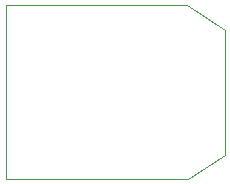
<source format=gm1>
%TF.GenerationSoftware,KiCad,Pcbnew,(5.1.9)-1*%
%TF.CreationDate,2021-01-24T18:40:59+08:00*%
%TF.ProjectId,NRF52840,4e524635-3238-4343-902e-6b696361645f,rev?*%
%TF.SameCoordinates,Original*%
%TF.FileFunction,Profile,NP*%
%FSLAX46Y46*%
G04 Gerber Fmt 4.6, Leading zero omitted, Abs format (unit mm)*
G04 Created by KiCad (PCBNEW (5.1.9)-1) date 2021-01-24 18:40:59*
%MOMM*%
%LPD*%
G01*
G04 APERTURE LIST*
%TA.AperFunction,Profile*%
%ADD10C,0.050000*%
%TD*%
G04 APERTURE END LIST*
D10*
X90030300Y-146875500D02*
X105435400Y-146875500D01*
X90030300Y-132080000D02*
X105384600Y-132077460D01*
X108572000Y-134209800D02*
X108559300Y-144776200D01*
X105435400Y-146875500D02*
X108559300Y-144776200D01*
X105384600Y-132077460D02*
X108572000Y-134209800D01*
X90030300Y-132080000D02*
X90030300Y-146875500D01*
M02*

</source>
